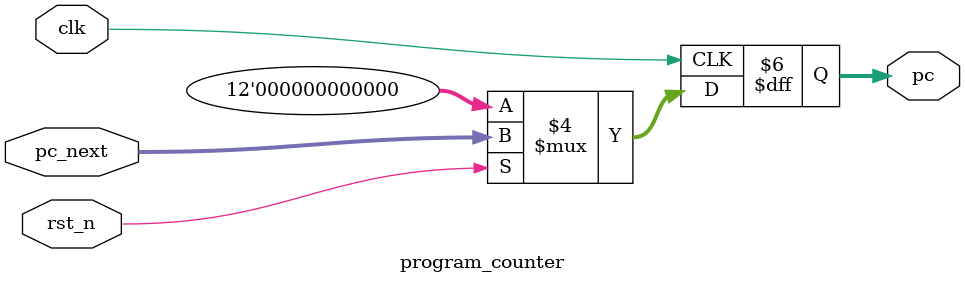
<source format=sv>

module program_counter(
  input                    clk,
  input                    rst_n,
  input [WIDTH - 1:0]      pc_next,
  output reg [WIDTH - 1:0] pc
);
  parameter WIDTH = 12;

  always_ff @ (posedge clk)
    if (rst_n == 1'b0)
      pc <= 0;
    else
      pc <= pc_next;

endmodule

</source>
